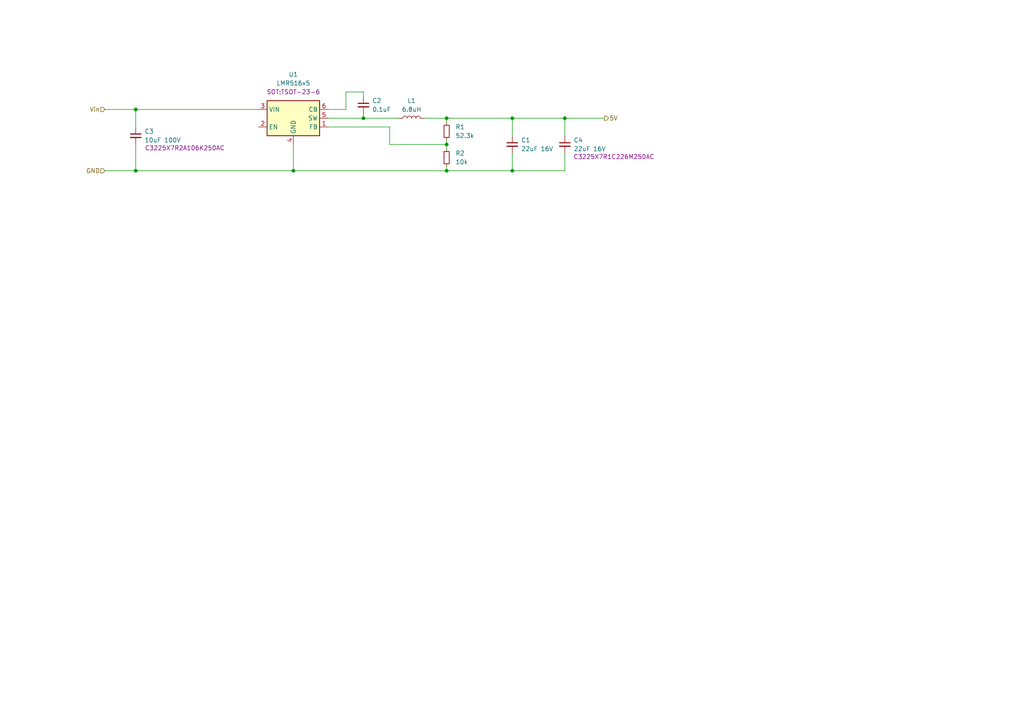
<source format=kicad_sch>
(kicad_sch (version 20231120) (generator "eeschema") (generator_version "8.0")
  (paper "A4")
  (lib_symbols
    (symbol "Device:C_Small" (pin_numbers hide) (pin_names (offset 0.254) hide)
      (property "Reference" "C" (at 0.254 1.778 0))
      (property "Value" "C_Small" (at 0.254 -2.032 0))
      (symbol "C_Small_0_1"
        (polyline (pts (xy -1.524 -0.508) (xy 1.524 -0.508)) (stroke (width 0.3302)))
        (polyline (pts (xy -1.524 0.508) (xy 1.524 0.508)) (stroke (width 0.3048)))
      )
      (symbol "C_Small_1_1"
        (pin passive line (at 0 2.54 270) (length 2.032) (name "~") (number "1"))
        (pin passive line (at 0 -2.54 90) (length 2.032) (name "~") (number "2"))
      )
    )
    (symbol "Device:L" (pin_numbers hide) (pin_names (offset 1.016) hide)
      (property "Reference" "L" (at -1.27 0 90))
      (property "Value" "L" (at 1.905 0 90))
      (symbol "L_0_1"
        (arc (start 0 -2.54) (mid 0.6323 -1.905) (end 0 -1.27))
        (arc (start 0 -1.27) (mid 0.6323 -0.635) (end 0 0))
        (arc (start 0 0) (mid 0.6323 0.635) (end 0 1.27))
        (arc (start 0 1.27) (mid 0.6323 1.905) (end 0 2.54))
      )
      (symbol "L_1_1"
        (pin passive line (at 0 3.81 270) (length 1.27) (name "1") (number "1"))
        (pin passive line (at 0 -3.81 90) (length 1.27) (name "2") (number "2"))
      )
    )
    (symbol "Device:R_Small" (pin_numbers hide) (pin_names (offset 0.254) hide)
      (property "Reference" "R" (at 0.762 0.508 0))
      (property "Value" "R_Small" (at 0.762 -1.016 0))
      (symbol "R_Small_0_1"
        (rectangle (start -0.762 1.778) (end 0.762 -1.778) (stroke (width 0.2032)))
      )
      (symbol "R_Small_1_1"
        (pin passive line (at 0 2.54 270) (length 0.762) (name "~") (number "1"))
        (pin passive line (at 0 -2.54 90) (length 0.762) (name "~") (number "2"))
      )
    )
    (symbol "TI_LMR516x5:LMR516x5"
      (property "Reference" "U" (at -7.62 6.35 0))
      (property "Value" "LMR516x5" (at 0 6.35 0))
      (property "Footprint" "SOT:TSOT-23-6" (at 1.27 -8.89 0))
      (symbol "LMR516x5_0_1"
        (rectangle (start -7.62 5.08) (end 7.62 -5.08) (stroke (width 0.254)) (fill (type background)))
      )
      (symbol "LMR516x5_1_1"
        (pin input line (at 10.16 -2.54 180) (length 2.54) (name "FB") (number "1"))
        (pin input line (at -10.16 -2.54 0) (length 2.54) (name "EN") (number "2"))
        (pin power_in line (at -10.16 2.54 0) (length 2.54) (name "VIN") (number "3"))
        (pin power_in line (at 0 -7.62 90) (length 2.54) (name "GND") (number "4"))
        (pin power_out line (at 10.16 0 180) (length 2.54) (name "SW") (number "5"))
        (pin passive line (at 10.16 2.54 180) (length 2.54) (name "CB") (number "6"))
      )
    )
  )
  (junction (at 129.54 34.29))
  (junction (at 148.59 49.53))
  (junction (at 39.37 49.53))
  (junction (at 39.37 31.75))
  (junction (at 85.09 49.53))
  (junction (at 129.54 41.91))
  (junction (at 105.41 34.29))
  (junction (at 129.54 49.53))
  (junction (at 163.83 34.29))
  (junction (at 148.59 34.29))
  (wire (pts (xy 39.37 31.75) (xy 74.93 31.75)))
  (wire (pts (xy 100.33 31.75) (xy 100.33 26.67)))
  (wire (pts (xy 163.83 34.29) (xy 175.26 34.29)))
  (wire (pts (xy 95.25 34.29) (xy 105.41 34.29)))
  (wire (pts (xy 30.48 49.53) (xy 39.37 49.53)))
  (wire (pts (xy 148.59 34.29) (xy 148.59 39.37)))
  (wire (pts (xy 39.37 49.53) (xy 85.09 49.53)))
  (wire (pts (xy 163.83 34.29) (xy 163.83 39.37)))
  (wire (pts (xy 85.09 49.53) (xy 129.54 49.53)))
  (wire (pts (xy 148.59 49.53) (xy 148.59 44.45)))
  (wire (pts (xy 85.09 49.53) (xy 85.09 41.91)))
  (wire (pts (xy 100.33 26.67) (xy 105.41 26.67)))
  (wire (pts (xy 129.54 40.64) (xy 129.54 41.91)))
  (wire (pts (xy 129.54 49.53) (xy 129.54 48.26)))
  (wire (pts (xy 113.03 36.83) (xy 113.03 41.91)))
  (wire (pts (xy 113.03 41.91) (xy 129.54 41.91)))
  (wire (pts (xy 105.41 34.29) (xy 115.57 34.29)))
  (wire (pts (xy 95.25 31.75) (xy 100.33 31.75)))
  (wire (pts (xy 123.19 34.29) (xy 129.54 34.29)))
  (wire (pts (xy 163.83 49.53) (xy 163.83 44.45)))
  (wire (pts (xy 148.59 34.29) (xy 163.83 34.29)))
  (wire (pts (xy 129.54 49.53) (xy 148.59 49.53)))
  (wire (pts (xy 105.41 33.02) (xy 105.41 34.29)))
  (wire (pts (xy 129.54 34.29) (xy 148.59 34.29)))
  (wire (pts (xy 95.25 36.83) (xy 113.03 36.83)))
  (wire (pts (xy 39.37 41.91) (xy 39.37 49.53)))
  (wire (pts (xy 129.54 41.91) (xy 129.54 43.18)))
  (wire (pts (xy 105.41 26.67) (xy 105.41 27.94)))
  (wire (pts (xy 129.54 34.29) (xy 129.54 35.56)))
  (wire (pts (xy 30.48 31.75) (xy 39.37 31.75)))
  (wire (pts (xy 148.59 49.53) (xy 163.83 49.53)))
  (wire (pts (xy 39.37 31.75) (xy 39.37 36.83)))
  (hierarchical_label "5V" (shape output) (at 175.26 34.29 0))
  (hierarchical_label "GND" (shape input) (at 30.48 49.53 180))
  (hierarchical_label "Vin" (shape input) (at 30.48 31.75 180))
  (symbol (lib_id "Device:C_Small") (at 163.83 41.91 0) (unit 1)
    (property "Reference" "C4" (at 166.37 40.6462 0) (effects (justify left)))
    (property "Value" "22uF 16V" (at 166.37 43.1862 0) (effects (justify left)))
    (property "Footprint" "Capacitor_SMD:C_1210_3225Metric" (effects (hide yes)))
    (property "Description" "C3225X7R1C226M250AC" (at 178.054 45.466 0))
  )
  (symbol (lib_id "Device:C_Small") (at 148.59 41.91 0) (unit 1)
    (property "Reference" "C1" (at 151.13 40.6462 0) (effects (justify left)))
    (property "Value" "22uF 16V" (at 151.13 43.1862 0) (effects (justify left)))
    (property "Footprint" "Capacitor_SMD:C_1210_3225Metric" (effects (hide yes)))
    (property "Description" "C3225X7R1C226M250AC" (effects (hide yes)))
  )
  (symbol (lib_id "TI_LMR516x5:LMR516x5") (at 85.09 34.29 0) (unit 1)
    (property "Reference" "U1" (at 85.09 21.59 0))
    (property "Value" "LMR516x5" (at 85.09 24.13 0))
    (property "Footprint" "SOT:TSOT-23-6" (at 85.09 26.67 0))
    (property "Datasheet" "https://www.ti.com/lit/ds/symlink/lmr51625.pdf" (effects (hide yes)))
    (property "Description" "4.3V to 60V, 2.5A / 3.5A, Synchronous, Buck Converter With Low IQ" (effects (hide yes)))
  )
  (symbol (lib_id "Device:L") (at 119.38 34.29 90) (unit 1)
    (property "Reference" "L1" (at 119.38 29.21 90))
    (property "Value" "6.8uH" (at 119.38 31.75 90))
    (property "Footprint" "Inductor:L_TDK_VLS6045EX_VLS6045AF" (effects (hide yes)))
    (property "Description" "Inductor" (effects (hide yes)))
  )
  (symbol (lib_id "Device:R_Small") (at 129.54 45.72 0) (unit 1)
    (property "Reference" "R2" (at 132.08 44.4499 0) (effects (justify left)))
    (property "Value" "10k" (at 132.08 46.9899 0) (effects (justify left)))
    (property "Footprint" "Resistor_SMD:R_0603_1608Metric" (effects (hide yes)))
    (property "Description" "Resistor, small symbol" (effects (hide yes)))
  )
  (symbol (lib_id "Device:C_Small") (at 105.41 30.48 0) (unit 1)
    (property "Reference" "C2" (at 107.95 29.2162 0) (effects (justify left)))
    (property "Value" "0.1uF" (at 107.95 31.7562 0) (effects (justify left)))
    (property "Footprint" "Capacitor_SMD:C_0603_1608Metric" (effects (hide yes)))
    (property "Description" "Unpolarized capacitor, small symbol" (effects (hide yes)))
  )
  (symbol (lib_id "Device:C_Small") (at 39.37 39.37 0) (unit 1)
    (property "Reference" "C3" (at 41.91 38.1062 0) (effects (justify left)))
    (property "Value" "10uF 100V" (at 41.91 40.6462 0) (effects (justify left)))
    (property "Footprint" "Capacitor_SMD:C_1210_3225Metric" (effects (hide yes)))
    (property "Description" "C3225X7R2A106K250AC" (at 53.594 42.926 0))
  )
  (symbol (lib_id "Device:R_Small") (at 129.54 38.1 0) (unit 1)
    (property "Reference" "R1" (at 132.08 36.8299 0) (effects (justify left)))
    (property "Value" "52.3k" (at 132.08 39.3699 0) (effects (justify left)))
    (property "Footprint" "Resistor_SMD:R_0603_1608Metric" (effects (hide yes)))
    (property "Description" "Resistor, small symbol" (effects (hide yes)))
  )
)
</source>
